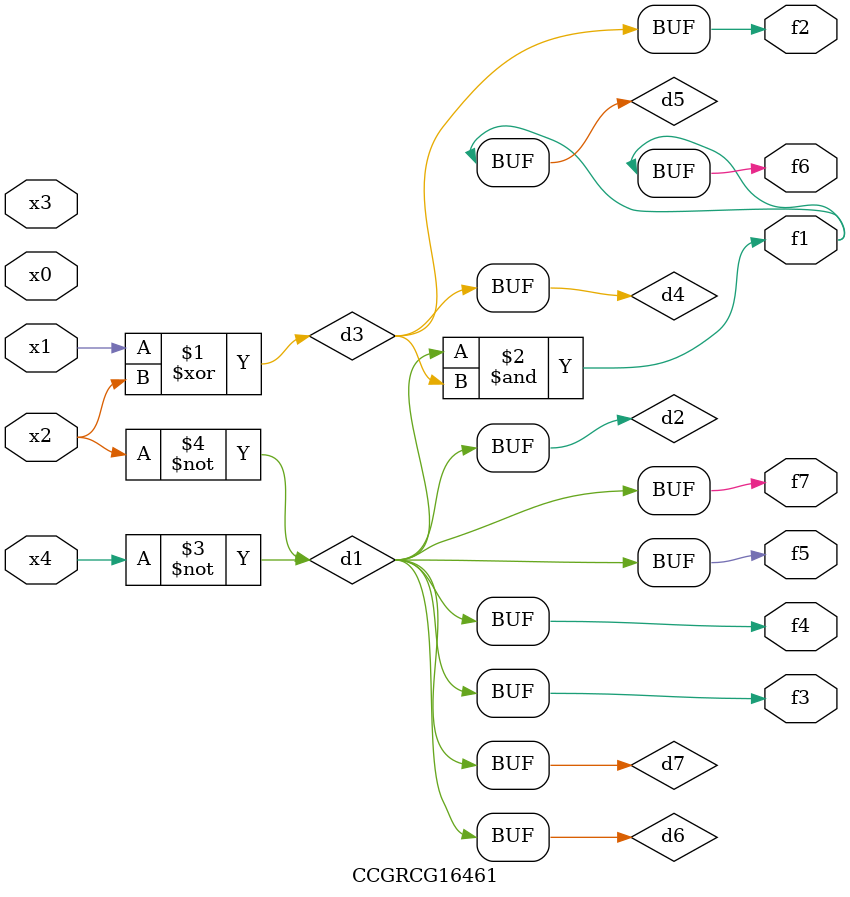
<source format=v>
module CCGRCG16461(
	input x0, x1, x2, x3, x4,
	output f1, f2, f3, f4, f5, f6, f7
);

	wire d1, d2, d3, d4, d5, d6, d7;

	not (d1, x4);
	not (d2, x2);
	xor (d3, x1, x2);
	buf (d4, d3);
	and (d5, d1, d3);
	buf (d6, d1, d2);
	buf (d7, d2);
	assign f1 = d5;
	assign f2 = d4;
	assign f3 = d7;
	assign f4 = d7;
	assign f5 = d7;
	assign f6 = d5;
	assign f7 = d7;
endmodule

</source>
